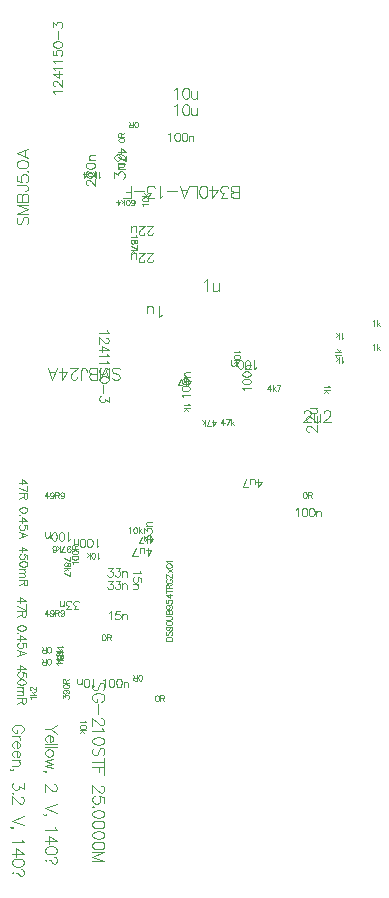
<source format=gbr>
%TF.GenerationSoftware,Altium Limited,Altium Designer,20.1.12 (249)*%
G04 Layer_Color=32896*
%FSLAX45Y45*%
%MOMM*%
%TF.SameCoordinates,4EE8302A-A9A8-49E0-93C5-14594FCB678D*%
%TF.FilePolarity,Positive*%
%TF.FileFunction,Other,M12_-_Assy_Value*%
%TF.Part,Single*%
G01*
G75*
%TA.AperFunction,NonConductor*%
%ADD134C,0.07000*%
%ADD135C,0.09000*%
%ADD136C,0.05000*%
%ADD137C,0.10000*%
D134*
X2814174Y2062515D02*
X2847500Y2109172D01*
X2797511D01*
X2814174Y2062515D02*
Y2132500D01*
X2785180Y2085844D02*
Y2119170D01*
X2781847Y2129168D01*
X2775182Y2132500D01*
X2765184D01*
X2758519Y2129168D01*
X2748521Y2119170D01*
Y2085844D02*
Y2132500D01*
X2683535Y2062515D02*
X2716861Y2132500D01*
X2730192Y2062515D02*
X2683535D01*
X862485Y2101673D02*
X815828Y2135000D01*
Y2085010D01*
X862485Y2101673D02*
X792500D01*
X862485Y2026023D02*
X792500Y2059349D01*
X862485Y2072680D02*
Y2026023D01*
Y2010359D02*
X792500D01*
X862485D02*
Y1980366D01*
X859152Y1970368D01*
X855820Y1967035D01*
X849155Y1963703D01*
X842490D01*
X835824Y1967035D01*
X832492Y1970368D01*
X829159Y1980366D01*
Y2010359D01*
Y1987031D02*
X792500Y1963703D01*
X862485Y1873055D02*
X859152Y1883053D01*
X849155Y1889718D01*
X832492Y1893051D01*
X822494D01*
X805830Y1889718D01*
X795833Y1883053D01*
X792500Y1873055D01*
Y1866390D01*
X795833Y1856392D01*
X805830Y1849727D01*
X822494Y1846394D01*
X832492D01*
X849155Y1849727D01*
X859152Y1856392D01*
X862485Y1866390D01*
Y1873055D01*
X799165Y1827398D02*
X795833Y1830731D01*
X792500Y1827398D01*
X795833Y1824066D01*
X799165Y1827398D01*
X862485Y1775409D02*
X815828Y1808736D01*
Y1758746D01*
X862485Y1775409D02*
X792500D01*
X862485Y1706424D02*
Y1739750D01*
X832492Y1743083D01*
X835824Y1739750D01*
X839157Y1729752D01*
Y1719754D01*
X835824Y1709757D01*
X829159Y1703091D01*
X819161Y1699759D01*
X812496D01*
X802498Y1703091D01*
X795833Y1709757D01*
X792500Y1719754D01*
Y1729752D01*
X795833Y1739750D01*
X799165Y1743083D01*
X805830Y1746415D01*
X792500Y1630773D02*
X862485Y1657434D01*
X792500Y1684095D01*
X815828Y1674097D02*
Y1640771D01*
X862485Y1526129D02*
X815828Y1559455D01*
Y1509466D01*
X862485Y1526129D02*
X792500D01*
X862485Y1457143D02*
Y1490470D01*
X832492Y1493802D01*
X835824Y1490470D01*
X839157Y1480472D01*
Y1470474D01*
X835824Y1460476D01*
X829159Y1453811D01*
X819161Y1450478D01*
X812496D01*
X802498Y1453811D01*
X795833Y1460476D01*
X792500Y1470474D01*
Y1480472D01*
X795833Y1490470D01*
X799165Y1493802D01*
X805830Y1497135D01*
X862485Y1414819D02*
X859152Y1424817D01*
X849155Y1431482D01*
X832492Y1434815D01*
X822494D01*
X805830Y1431482D01*
X795833Y1424817D01*
X792500Y1414819D01*
Y1408154D01*
X795833Y1398156D01*
X805830Y1391491D01*
X822494Y1388158D01*
X832492D01*
X849155Y1391491D01*
X859152Y1398156D01*
X862485Y1408154D01*
Y1414819D01*
X839157Y1372495D02*
X792500D01*
X825826D02*
X835824Y1362497D01*
X839157Y1355831D01*
Y1345833D01*
X835824Y1339168D01*
X825826Y1335836D01*
X792500D01*
X825826D02*
X835824Y1325838D01*
X839157Y1319173D01*
Y1309175D01*
X835824Y1302509D01*
X825826Y1299177D01*
X792500D01*
X862485Y1277182D02*
X792500D01*
X862485D02*
Y1247188D01*
X859152Y1237190D01*
X855820Y1233858D01*
X849155Y1230525D01*
X842490D01*
X835824Y1233858D01*
X832492Y1237190D01*
X829159Y1247188D01*
Y1277182D01*
Y1253853D02*
X792500Y1230525D01*
X1225000Y1623345D02*
X1218335Y1620013D01*
X1208337Y1610015D01*
Y1680000D01*
X1153682Y1610015D02*
X1163679Y1613348D01*
X1170345Y1623345D01*
X1173677Y1640008D01*
Y1650006D01*
X1170345Y1666670D01*
X1163679Y1676667D01*
X1153682Y1680000D01*
X1147016D01*
X1137019Y1676667D01*
X1130353Y1666670D01*
X1127021Y1650006D01*
Y1640008D01*
X1130353Y1623345D01*
X1137019Y1613348D01*
X1147016Y1610015D01*
X1153682D01*
X1091362D02*
X1101359Y1613348D01*
X1108024Y1623345D01*
X1111357Y1640008D01*
Y1650006D01*
X1108024Y1666670D01*
X1101359Y1676667D01*
X1091362Y1680000D01*
X1084696D01*
X1074698Y1676667D01*
X1068033Y1666670D01*
X1064700Y1650006D01*
Y1640008D01*
X1068033Y1623345D01*
X1074698Y1613348D01*
X1084696Y1610015D01*
X1091362D01*
X1049037Y1633343D02*
Y1680000D01*
Y1646674D02*
X1039039Y1636676D01*
X1032374Y1633343D01*
X1022376D01*
X1015711Y1636676D01*
X1012378Y1646674D01*
Y1680000D01*
X1845015Y1614165D02*
Y1650824D01*
X1871676Y1630829D01*
Y1640827D01*
X1875008Y1647492D01*
X1878341Y1650824D01*
X1888339Y1654157D01*
X1895004D01*
X1905002Y1650824D01*
X1911667Y1644159D01*
X1915000Y1634161D01*
Y1624163D01*
X1911667Y1614165D01*
X1908335Y1610833D01*
X1901670Y1607500D01*
X1845015Y1676486D02*
Y1713144D01*
X1871676Y1693149D01*
Y1703147D01*
X1875008Y1709812D01*
X1878341Y1713144D01*
X1888339Y1716477D01*
X1895004D01*
X1905002Y1713144D01*
X1911667Y1706479D01*
X1915000Y1696481D01*
Y1686484D01*
X1911667Y1676486D01*
X1908335Y1673153D01*
X1901670Y1669820D01*
X1868343Y1732141D02*
X1915000D01*
X1881674D02*
X1871676Y1742139D01*
X1868343Y1748804D01*
Y1758802D01*
X1871676Y1765467D01*
X1881674Y1768799D01*
X1915000D01*
X1546665Y1269985D02*
X1583324D01*
X1563329Y1243324D01*
X1573327D01*
X1579992Y1239992D01*
X1583324Y1236659D01*
X1586657Y1226661D01*
Y1219996D01*
X1583324Y1209998D01*
X1576659Y1203333D01*
X1566661Y1200000D01*
X1556663D01*
X1546665Y1203333D01*
X1543333Y1206665D01*
X1540000Y1213331D01*
X1608986Y1269985D02*
X1645644D01*
X1625649Y1243324D01*
X1635647D01*
X1642312Y1239992D01*
X1645644Y1236659D01*
X1648977Y1226661D01*
Y1219996D01*
X1645644Y1209998D01*
X1638979Y1203333D01*
X1628982Y1200000D01*
X1618984D01*
X1608986Y1203333D01*
X1605653Y1206665D01*
X1602320Y1213331D01*
X1664641Y1246657D02*
Y1200000D01*
Y1233326D02*
X1674639Y1243324D01*
X1681304Y1246657D01*
X1691302D01*
X1697967Y1243324D01*
X1701299Y1233326D01*
Y1200000D01*
X847485Y1101673D02*
X800828Y1135000D01*
Y1085010D01*
X847485Y1101673D02*
X777500D01*
X847485Y1026023D02*
X777500Y1059349D01*
X847485Y1072680D02*
Y1026023D01*
Y1010359D02*
X777500D01*
X847485D02*
Y980366D01*
X844152Y970368D01*
X840820Y967035D01*
X834155Y963703D01*
X827490D01*
X820824Y967035D01*
X817492Y970368D01*
X814159Y980366D01*
Y1010359D01*
Y987031D02*
X777500Y963703D01*
X847485Y873055D02*
X844152Y883053D01*
X834155Y889718D01*
X817492Y893051D01*
X807494D01*
X790831Y889718D01*
X780833Y883053D01*
X777500Y873055D01*
Y866390D01*
X780833Y856392D01*
X790831Y849727D01*
X807494Y846394D01*
X817492D01*
X834155Y849727D01*
X844152Y856392D01*
X847485Y866390D01*
Y873055D01*
X784165Y827398D02*
X780833Y830731D01*
X777500Y827398D01*
X780833Y824066D01*
X784165Y827398D01*
X847485Y775409D02*
X800828Y808735D01*
Y758746D01*
X847485Y775409D02*
X777500D01*
X847485Y706424D02*
Y739750D01*
X817492Y743083D01*
X820824Y739750D01*
X824157Y729752D01*
Y719754D01*
X820824Y709757D01*
X814159Y703091D01*
X804161Y699759D01*
X797496D01*
X787498Y703091D01*
X780833Y709757D01*
X777500Y719754D01*
Y729752D01*
X780833Y739750D01*
X784165Y743083D01*
X790831Y746415D01*
X777500Y630773D02*
X847485Y657434D01*
X777500Y684095D01*
X800828Y674097D02*
Y640771D01*
X847485Y526129D02*
X800828Y559455D01*
Y509466D01*
X847485Y526129D02*
X777500D01*
X847485Y457143D02*
Y490470D01*
X817492Y493802D01*
X820824Y490470D01*
X824157Y480472D01*
Y470474D01*
X820824Y460476D01*
X814159Y453811D01*
X804161Y450478D01*
X797496D01*
X787498Y453811D01*
X780833Y460476D01*
X777500Y470474D01*
Y480472D01*
X780833Y490470D01*
X784165Y493802D01*
X790831Y497135D01*
X847485Y414819D02*
X844152Y424817D01*
X834155Y431482D01*
X817492Y434815D01*
X807494D01*
X790831Y431482D01*
X780833Y424817D01*
X777500Y414819D01*
Y408154D01*
X780833Y398156D01*
X790831Y391491D01*
X807494Y388158D01*
X817492D01*
X834155Y391491D01*
X844152Y398156D01*
X847485Y408154D01*
Y414819D01*
X824157Y372495D02*
X777500D01*
X810826D02*
X820824Y362497D01*
X824157Y355831D01*
Y345833D01*
X820824Y339168D01*
X810826Y335836D01*
X777500D01*
X810826D02*
X820824Y325838D01*
X824157Y319173D01*
Y309175D01*
X820824Y302509D01*
X810826Y299177D01*
X777500D01*
X847485Y277182D02*
X777500D01*
X847485D02*
Y247188D01*
X844152Y237190D01*
X840820Y233858D01*
X834155Y230525D01*
X827490D01*
X820824Y233858D01*
X817492Y237190D01*
X814159Y247188D01*
Y277182D01*
Y253853D02*
X777500Y230525D01*
X1435000Y383345D02*
X1428335Y380013D01*
X1418337Y370015D01*
Y440000D01*
X1363682Y370015D02*
X1373679Y373347D01*
X1380345Y383345D01*
X1383677Y400008D01*
Y410006D01*
X1380345Y426669D01*
X1373679Y436667D01*
X1363682Y440000D01*
X1357016D01*
X1347019Y436667D01*
X1340353Y426669D01*
X1337021Y410006D01*
Y400008D01*
X1340353Y383345D01*
X1347019Y373347D01*
X1357016Y370015D01*
X1363682D01*
X1321357Y393343D02*
Y440000D01*
Y406674D02*
X1311359Y396676D01*
X1304694Y393343D01*
X1294696D01*
X1288031Y396676D01*
X1284698Y406674D01*
Y440000D01*
X2180845Y2822500D02*
X2177513Y2829166D01*
X2167515Y2839163D01*
X2237500D01*
X2167515Y2893818D02*
X2170847Y2883821D01*
X2180845Y2877156D01*
X2197508Y2873823D01*
X2207506D01*
X2224169Y2877156D01*
X2234167Y2883821D01*
X2237500Y2893818D01*
Y2900484D01*
X2234167Y2910482D01*
X2224169Y2917147D01*
X2207506Y2920480D01*
X2197508D01*
X2180845Y2917147D01*
X2170847Y2910482D01*
X2167515Y2900484D01*
Y2893818D01*
Y2956139D02*
X2170847Y2946141D01*
X2180845Y2939476D01*
X2197508Y2936143D01*
X2207506D01*
X2224169Y2939476D01*
X2234167Y2946141D01*
X2237500Y2956139D01*
Y2962804D01*
X2234167Y2972802D01*
X2224169Y2979467D01*
X2207506Y2982800D01*
X2197508D01*
X2180845Y2979467D01*
X2170847Y2972802D01*
X2167515Y2962804D01*
Y2956139D01*
X2190843Y2998463D02*
X2237500D01*
X2204173D02*
X2194176Y3008461D01*
X2190843Y3015126D01*
Y3025124D01*
X2194176Y3031789D01*
X2204173Y3035122D01*
X2237500D01*
X1699985Y4899173D02*
X1653329Y4932499D01*
Y4882510D01*
X1699985Y4899173D02*
X1630000D01*
X1699985Y4823522D02*
X1630000Y4856849D01*
X1699985Y4870179D02*
Y4823522D01*
X1676657Y4807859D02*
X1630000D01*
X1663327D02*
X1673324Y4797861D01*
X1676657Y4791196D01*
Y4781198D01*
X1673324Y4774533D01*
X1663327Y4771200D01*
X1630000D01*
X1500000Y426655D02*
X1506665Y429987D01*
X1516663Y439985D01*
Y370000D01*
X1571318Y439985D02*
X1561320Y436652D01*
X1554655Y426655D01*
X1551323Y409992D01*
Y399994D01*
X1554655Y383330D01*
X1561320Y373333D01*
X1571318Y370000D01*
X1577984D01*
X1587981Y373333D01*
X1594647Y383330D01*
X1597979Y399994D01*
Y409992D01*
X1594647Y426655D01*
X1587981Y436652D01*
X1577984Y439985D01*
X1571318D01*
X1633638D02*
X1623641Y436652D01*
X1616975Y426655D01*
X1613643Y409992D01*
Y399994D01*
X1616975Y383330D01*
X1623641Y373333D01*
X1633638Y370000D01*
X1640304D01*
X1650301Y373333D01*
X1656967Y383330D01*
X1660299Y399994D01*
Y409992D01*
X1656967Y426655D01*
X1650301Y436652D01*
X1640304Y439985D01*
X1633638D01*
X1675963Y416657D02*
Y370000D01*
Y403326D02*
X1685961Y413324D01*
X1692626Y416657D01*
X1702624D01*
X1709289Y413324D01*
X1712622Y403326D01*
Y370000D01*
X1290835Y1032515D02*
X1254176D01*
X1274171Y1059176D01*
X1264173D01*
X1257508Y1062508D01*
X1254176Y1065841D01*
X1250843Y1075839D01*
Y1082504D01*
X1254176Y1092502D01*
X1260841Y1099167D01*
X1270839Y1102500D01*
X1280837D01*
X1290835Y1099167D01*
X1294167Y1095835D01*
X1297500Y1089170D01*
X1228514Y1032515D02*
X1191856D01*
X1211851Y1059176D01*
X1201853D01*
X1195188Y1062508D01*
X1191856Y1065841D01*
X1188523Y1075839D01*
Y1082504D01*
X1191856Y1092502D01*
X1198521Y1099167D01*
X1208519Y1102500D01*
X1218516D01*
X1228514Y1099167D01*
X1231847Y1095835D01*
X1235180Y1089170D01*
X1172859Y1055843D02*
Y1102500D01*
Y1069174D02*
X1162862Y1059176D01*
X1156196Y1055843D01*
X1146198D01*
X1139533Y1059176D01*
X1136201Y1069174D01*
Y1102500D01*
X1879174Y1480015D02*
X1912500Y1526672D01*
X1862510D01*
X1879174Y1480015D02*
Y1550000D01*
X1850180Y1503343D02*
Y1536670D01*
X1846847Y1546667D01*
X1840182Y1550000D01*
X1830184D01*
X1823519Y1546667D01*
X1813521Y1536670D01*
Y1503343D02*
Y1550000D01*
X1748535Y1480015D02*
X1781861Y1550000D01*
X1795191Y1480015D02*
X1748535D01*
X2055000Y5049154D02*
X2061665Y5052487D01*
X2071663Y5062485D01*
Y4992500D01*
X2126318Y5062485D02*
X2116321Y5059152D01*
X2109655Y5049154D01*
X2106323Y5032491D01*
Y5022493D01*
X2109655Y5005830D01*
X2116321Y4995832D01*
X2126318Y4992500D01*
X2132984D01*
X2142981Y4995832D01*
X2149647Y5005830D01*
X2152979Y5022493D01*
Y5032491D01*
X2149647Y5049154D01*
X2142981Y5059152D01*
X2132984Y5062485D01*
X2126318D01*
X2188638D02*
X2178641Y5059152D01*
X2171976Y5049154D01*
X2168643Y5032491D01*
Y5022493D01*
X2171976Y5005830D01*
X2178641Y4995832D01*
X2188638Y4992500D01*
X2195304D01*
X2205302Y4995832D01*
X2211967Y5005830D01*
X2215300Y5022493D01*
Y5032491D01*
X2211967Y5049154D01*
X2205302Y5059152D01*
X2195304Y5062485D01*
X2188638D01*
X2230963Y5039156D02*
Y4992500D01*
Y5025826D02*
X2240961Y5035824D01*
X2247626Y5039156D01*
X2257624D01*
X2264289Y5035824D01*
X2267622Y5025826D01*
Y4992500D01*
X1465000Y1568345D02*
X1458335Y1565013D01*
X1448337Y1555015D01*
Y1625000D01*
X1393682Y1555015D02*
X1403679Y1558348D01*
X1410345Y1568345D01*
X1413677Y1585009D01*
Y1595006D01*
X1410345Y1611670D01*
X1403679Y1621667D01*
X1393682Y1625000D01*
X1387016D01*
X1377019Y1621667D01*
X1370353Y1611670D01*
X1367021Y1595006D01*
Y1585009D01*
X1370353Y1568345D01*
X1377019Y1558348D01*
X1387016Y1555015D01*
X1393682D01*
X1331362D02*
X1341359Y1558348D01*
X1348024Y1568345D01*
X1351357Y1585009D01*
Y1595006D01*
X1348024Y1611670D01*
X1341359Y1621667D01*
X1331362Y1625000D01*
X1324696D01*
X1314698Y1621667D01*
X1308033Y1611670D01*
X1304700Y1595006D01*
Y1585009D01*
X1308033Y1568345D01*
X1314698Y1558348D01*
X1324696Y1555015D01*
X1331362D01*
X1289037Y1578343D02*
Y1625000D01*
Y1591674D02*
X1279039Y1581676D01*
X1272374Y1578343D01*
X1262376D01*
X1255711Y1581676D01*
X1252378Y1591674D01*
Y1625000D01*
X1811655Y1352500D02*
X1814987Y1345835D01*
X1824985Y1335837D01*
X1755000D01*
X1824985Y1261186D02*
Y1294512D01*
X1794992Y1297845D01*
X1798324Y1294512D01*
X1801657Y1284514D01*
Y1274516D01*
X1798324Y1264519D01*
X1791659Y1257853D01*
X1781661Y1254521D01*
X1774996D01*
X1764998Y1257853D01*
X1758333Y1264519D01*
X1755000Y1274516D01*
Y1284514D01*
X1758333Y1294512D01*
X1761665Y1297845D01*
X1768330Y1301177D01*
X1801657Y1238857D02*
X1755000D01*
X1788326D02*
X1798324Y1228859D01*
X1801657Y1222194D01*
Y1212196D01*
X1798324Y1205531D01*
X1788326Y1202199D01*
X1755000D01*
X2695845Y2882500D02*
X2692513Y2889165D01*
X2682515Y2899163D01*
X2752500D01*
X2682515Y2953818D02*
X2685847Y2943821D01*
X2695845Y2937155D01*
X2712508Y2933823D01*
X2722506D01*
X2739169Y2937155D01*
X2749167Y2943821D01*
X2752500Y2953818D01*
Y2960484D01*
X2749167Y2970481D01*
X2739169Y2977147D01*
X2722506Y2980479D01*
X2712508D01*
X2695845Y2977147D01*
X2685847Y2970481D01*
X2682515Y2960484D01*
Y2953818D01*
Y3016138D02*
X2685847Y3006141D01*
X2695845Y2999476D01*
X2712508Y2996143D01*
X2722506D01*
X2739169Y2999476D01*
X2749167Y3006141D01*
X2752500Y3016138D01*
Y3022804D01*
X2749167Y3032802D01*
X2739169Y3039467D01*
X2722506Y3042800D01*
X2712508D01*
X2695845Y3039467D01*
X2685847Y3032802D01*
X2682515Y3022804D01*
Y3016138D01*
X2705843Y3058463D02*
X2752500D01*
X2719173D02*
X2709176Y3068461D01*
X2705843Y3075126D01*
Y3085124D01*
X2709176Y3091789D01*
X2719173Y3095122D01*
X2752500D01*
X2800000Y3078345D02*
X2793335Y3075013D01*
X2783337Y3065015D01*
Y3135000D01*
X2728682Y3065015D02*
X2738680Y3068347D01*
X2745345Y3078345D01*
X2748678Y3095008D01*
Y3105006D01*
X2745345Y3121669D01*
X2738680Y3131667D01*
X2728682Y3135000D01*
X2722017D01*
X2712019Y3131667D01*
X2705354Y3121669D01*
X2702021Y3105006D01*
Y3095008D01*
X2705354Y3078345D01*
X2712019Y3068347D01*
X2722017Y3065015D01*
X2728682D01*
X2666362D02*
X2676360Y3068347D01*
X2683025Y3078345D01*
X2686358Y3095008D01*
Y3105006D01*
X2683025Y3121669D01*
X2676360Y3131667D01*
X2666362Y3135000D01*
X2659696D01*
X2649699Y3131667D01*
X2643034Y3121669D01*
X2639701Y3105006D01*
Y3095008D01*
X2643034Y3078345D01*
X2649699Y3068347D01*
X2659696Y3065015D01*
X2666362D01*
X2624037Y3088343D02*
Y3135000D01*
Y3101674D02*
X2614039Y3091676D01*
X2607374Y3088343D01*
X2597376D01*
X2590711Y3091676D01*
X2587379Y3101674D01*
Y3135000D01*
X1552500Y999155D02*
X1559165Y1002487D01*
X1569163Y1012485D01*
Y942500D01*
X1643814Y1012485D02*
X1610488D01*
X1607155Y982492D01*
X1610488Y985824D01*
X1620486Y989157D01*
X1630484D01*
X1640481Y985824D01*
X1647147Y979159D01*
X1650479Y969161D01*
Y962496D01*
X1647147Y952498D01*
X1640481Y945833D01*
X1630484Y942500D01*
X1620486D01*
X1610488Y945833D01*
X1607155Y949165D01*
X1603823Y955830D01*
X1666143Y989157D02*
Y942500D01*
Y975826D02*
X1676141Y985824D01*
X1682806Y989157D01*
X1692804D01*
X1699469Y985824D01*
X1702802Y975826D01*
Y942500D01*
X1546666Y1374985D02*
X1583324D01*
X1563329Y1348324D01*
X1573327D01*
X1579992Y1344992D01*
X1583324Y1341659D01*
X1586657Y1331661D01*
Y1324996D01*
X1583324Y1314998D01*
X1576659Y1308333D01*
X1566662Y1305000D01*
X1556664D01*
X1546666Y1308333D01*
X1543333Y1311665D01*
X1540000Y1318331D01*
X1608986Y1374985D02*
X1645645D01*
X1625649Y1348324D01*
X1635647D01*
X1642312Y1344992D01*
X1645645Y1341659D01*
X1648977Y1331661D01*
Y1324996D01*
X1645645Y1314998D01*
X1638979Y1308333D01*
X1628982Y1305000D01*
X1618984D01*
X1608986Y1308333D01*
X1605653Y1311665D01*
X1602321Y1318331D01*
X1664641Y1351657D02*
Y1305000D01*
Y1338327D02*
X1674639Y1348324D01*
X1681304Y1351657D01*
X1691302D01*
X1697967Y1348324D01*
X1701300Y1338327D01*
Y1305000D01*
X3132500Y1871655D02*
X3139165Y1874987D01*
X3149163Y1884985D01*
Y1815000D01*
X3203818Y1884985D02*
X3193821Y1881653D01*
X3187155Y1871655D01*
X3183823Y1854992D01*
Y1844994D01*
X3187155Y1828331D01*
X3193821Y1818333D01*
X3203818Y1815000D01*
X3210484D01*
X3220481Y1818333D01*
X3227147Y1828331D01*
X3230479Y1844994D01*
Y1854992D01*
X3227147Y1871655D01*
X3220481Y1881653D01*
X3210484Y1884985D01*
X3203818D01*
X3266139D02*
X3256141Y1881653D01*
X3249476Y1871655D01*
X3246143Y1854992D01*
Y1844994D01*
X3249476Y1828331D01*
X3256141Y1818333D01*
X3266139Y1815000D01*
X3272804D01*
X3282802Y1818333D01*
X3289467Y1828331D01*
X3292800Y1844994D01*
Y1854992D01*
X3289467Y1871655D01*
X3282802Y1881653D01*
X3272804Y1884985D01*
X3266139D01*
X3308463Y1861657D02*
Y1815000D01*
Y1848327D02*
X3318461Y1858324D01*
X3325126Y1861657D01*
X3335124D01*
X3341789Y1858324D01*
X3345122Y1848327D01*
Y1815000D01*
D135*
X1595019Y4683569D02*
Y4730702D01*
X1629297Y4704993D01*
Y4717848D01*
X1633582Y4726417D01*
X1637867Y4730702D01*
X1650722Y4734987D01*
X1659291D01*
X1672145Y4730702D01*
X1680715Y4722132D01*
X1685000Y4709278D01*
Y4696423D01*
X1680715Y4683569D01*
X1676430Y4679284D01*
X1667861Y4675000D01*
X1625013Y4755125D02*
X1685000D01*
X1642152D02*
X1629297Y4767980D01*
X1625013Y4776549D01*
Y4789404D01*
X1629297Y4797973D01*
X1642152Y4802258D01*
X1685000D01*
X1625013Y4881527D02*
X1637867Y4877242D01*
X1646437Y4868673D01*
X1650722Y4855818D01*
Y4851533D01*
X1646437Y4838679D01*
X1637867Y4830109D01*
X1625013Y4825824D01*
X1620728D01*
X1607874Y4830109D01*
X1599304Y4838679D01*
X1595019Y4851533D01*
Y4855818D01*
X1599304Y4868673D01*
X1607874Y4877242D01*
X1625013Y4881527D01*
X1646437D01*
X1667861Y4877242D01*
X1680715Y4868673D01*
X1685000Y4855818D01*
Y4847248D01*
X1680715Y4834394D01*
X1672145Y4830109D01*
X3243943Y2531785D02*
X3239658D01*
X3231089Y2536070D01*
X3226804Y2540355D01*
X3222519Y2548924D01*
Y2566064D01*
X3226804Y2574633D01*
X3231089Y2578918D01*
X3239658Y2583203D01*
X3248228D01*
X3256798Y2578918D01*
X3269652Y2570348D01*
X3312500Y2527500D01*
Y2587488D01*
X3243943Y2611911D02*
X3239658D01*
X3231089Y2616196D01*
X3226804Y2620481D01*
X3222519Y2629050D01*
Y2646190D01*
X3226804Y2654759D01*
X3231089Y2659044D01*
X3239658Y2663329D01*
X3248228D01*
X3256798Y2659044D01*
X3269652Y2650474D01*
X3312500Y2607626D01*
Y2667613D01*
X3252513Y2687752D02*
X3295361D01*
X3308215Y2692037D01*
X3312500Y2700606D01*
Y2713461D01*
X3308215Y2722030D01*
X3295361Y2734885D01*
X3252513D02*
X3312500D01*
X2105000Y5285341D02*
X2113570Y5289626D01*
X2126424Y5302480D01*
Y5212500D01*
X2196695Y5302480D02*
X2183840Y5298196D01*
X2175271Y5285341D01*
X2170986Y5263917D01*
Y5251063D01*
X2175271Y5229639D01*
X2183840Y5216784D01*
X2196695Y5212500D01*
X2205264D01*
X2218119Y5216784D01*
X2226688Y5229639D01*
X2230973Y5251063D01*
Y5263917D01*
X2226688Y5285341D01*
X2218119Y5298196D01*
X2205264Y5302480D01*
X2196695D01*
X2251112Y5272487D02*
Y5229639D01*
X2255397Y5216784D01*
X2263966Y5212500D01*
X2276821D01*
X2285390Y5216784D01*
X2298245Y5229639D01*
Y5272487D02*
Y5212500D01*
X2105000Y5425341D02*
X2113570Y5429626D01*
X2126424Y5442480D01*
Y5352500D01*
X2196695Y5442480D02*
X2183840Y5438196D01*
X2175271Y5425341D01*
X2170986Y5403917D01*
Y5391063D01*
X2175271Y5369639D01*
X2183840Y5356784D01*
X2196695Y5352500D01*
X2205264D01*
X2218119Y5356784D01*
X2226688Y5369639D01*
X2230973Y5391063D01*
Y5403917D01*
X2226688Y5425341D01*
X2218119Y5438196D01*
X2205264Y5442480D01*
X2196695D01*
X2251112Y5412487D02*
Y5369639D01*
X2255397Y5356784D01*
X2263966Y5352500D01*
X2276821D01*
X2285390Y5356784D01*
X2298245Y5369639D01*
Y5412487D02*
Y5352500D01*
D136*
X1844533Y4444999D02*
X1842153Y4449760D01*
X1835011Y4456902D01*
X1885000D01*
X1835011Y4495941D02*
X1837392Y4488800D01*
X1844533Y4484039D01*
X1856435Y4481658D01*
X1863576D01*
X1875479Y4484039D01*
X1882620Y4488800D01*
X1885000Y4495941D01*
Y4500702D01*
X1882620Y4507843D01*
X1875479Y4512604D01*
X1863576Y4514984D01*
X1856435D01*
X1844533Y4512604D01*
X1837392Y4507843D01*
X1835011Y4500702D01*
Y4495941D01*
Y4526173D02*
X1885000D01*
X1851674Y4549977D02*
X1875479Y4526173D01*
X1865957Y4535694D02*
X1885000Y4552357D01*
X3206783Y2019990D02*
X3199642Y2017609D01*
X3194881Y2010468D01*
X3192500Y1998566D01*
Y1991424D01*
X3194881Y1979522D01*
X3199642Y1972381D01*
X3206783Y1970000D01*
X3211544D01*
X3218685Y1972381D01*
X3223446Y1979522D01*
X3225826Y1991424D01*
Y1998566D01*
X3223446Y2010468D01*
X3218685Y2017609D01*
X3211544Y2019990D01*
X3206783D01*
X3237015D02*
Y1970000D01*
Y2019990D02*
X3258438D01*
X3265580Y2017609D01*
X3267960Y2015229D01*
X3270341Y2010468D01*
Y2005707D01*
X3267960Y2000946D01*
X3265580Y1998566D01*
X3258438Y1996185D01*
X3237015D01*
X3253678D02*
X3270341Y1970000D01*
X2035011Y762500D02*
X2085000D01*
X2035011D02*
Y779163D01*
X2037391Y786304D01*
X2042152Y791065D01*
X2046913Y793445D01*
X2054055Y795826D01*
X2065957D01*
X2073098Y793445D01*
X2077859Y791065D01*
X2082620Y786304D01*
X2085000Y779163D01*
Y762500D01*
X2042152Y840340D02*
X2037391Y835579D01*
X2035011Y828438D01*
Y818916D01*
X2037391Y811775D01*
X2042152Y807014D01*
X2046913D01*
X2051674Y809395D01*
X2054055Y811775D01*
X2056435Y816536D01*
X2061196Y830819D01*
X2063576Y835579D01*
X2065957Y837960D01*
X2070717Y840340D01*
X2077859D01*
X2082620Y835579D01*
X2085000Y828438D01*
Y818916D01*
X2082620Y811775D01*
X2077859Y807014D01*
X2051674Y882474D02*
X2058815Y880094D01*
X2063576Y875333D01*
X2065957Y868192D01*
Y865811D01*
X2063576Y858670D01*
X2058815Y853909D01*
X2051674Y851528D01*
X2049294D01*
X2042152Y853909D01*
X2037391Y858670D01*
X2035011Y865811D01*
Y868192D01*
X2037391Y875333D01*
X2042152Y880094D01*
X2051674Y882474D01*
X2063576D01*
X2075478Y880094D01*
X2082620Y875333D01*
X2085000Y868192D01*
Y863431D01*
X2082620Y856289D01*
X2077859Y853909D01*
X2035011Y910325D02*
X2037391Y903184D01*
X2044533Y898423D01*
X2056435Y896043D01*
X2063576D01*
X2075478Y898423D01*
X2082620Y903184D01*
X2085000Y910325D01*
Y915086D01*
X2082620Y922228D01*
X2075478Y926988D01*
X2063576Y929369D01*
X2056435D01*
X2044533Y926988D01*
X2037391Y922228D01*
X2035011Y915086D01*
Y910325D01*
Y940557D02*
X2070717D01*
X2077859Y942937D01*
X2082620Y947698D01*
X2085000Y954840D01*
Y959600D01*
X2082620Y966742D01*
X2077859Y971503D01*
X2070717Y973883D01*
X2035011D01*
Y987690D02*
X2085000D01*
X2035011D02*
Y1009114D01*
X2037391Y1016255D01*
X2039772Y1018635D01*
X2044533Y1021016D01*
X2049294D01*
X2054055Y1018635D01*
X2056435Y1016255D01*
X2058815Y1009114D01*
Y987690D02*
Y1009114D01*
X2061196Y1016255D01*
X2063576Y1018635D01*
X2068337Y1021016D01*
X2075478D01*
X2080239Y1018635D01*
X2082620Y1016255D01*
X2085000Y1009114D01*
Y987690D01*
X2051674Y1063150D02*
X2058815Y1060769D01*
X2063576Y1056008D01*
X2065957Y1048867D01*
Y1046487D01*
X2063576Y1039345D01*
X2058815Y1034584D01*
X2051674Y1032204D01*
X2049294D01*
X2042152Y1034584D01*
X2037391Y1039345D01*
X2035011Y1046487D01*
Y1048867D01*
X2037391Y1056008D01*
X2042152Y1060769D01*
X2051674Y1063150D01*
X2063576D01*
X2075478Y1060769D01*
X2082620Y1056008D01*
X2085000Y1048867D01*
Y1044106D01*
X2082620Y1036965D01*
X2077859Y1034584D01*
X2035011Y1105284D02*
Y1081479D01*
X2056435Y1079099D01*
X2054055Y1081479D01*
X2051674Y1088620D01*
Y1095762D01*
X2054055Y1102903D01*
X2058815Y1107664D01*
X2065957Y1110044D01*
X2070717D01*
X2077859Y1107664D01*
X2082620Y1102903D01*
X2085000Y1095762D01*
Y1088620D01*
X2082620Y1081479D01*
X2080239Y1079099D01*
X2075478Y1076718D01*
X2035011Y1145037D02*
X2068337Y1121232D01*
Y1156939D01*
X2035011Y1145037D02*
X2085000D01*
X2035011Y1182410D02*
X2085000D01*
X2035011Y1165747D02*
Y1199073D01*
Y1205024D02*
X2085000D01*
X2035011D02*
Y1226448D01*
X2037391Y1233589D01*
X2039772Y1235970D01*
X2044533Y1238350D01*
X2049294D01*
X2054055Y1235970D01*
X2056435Y1233589D01*
X2058815Y1226448D01*
Y1205024D01*
Y1221687D02*
X2085000Y1238350D01*
X2046913Y1285245D02*
X2042152Y1282864D01*
X2037391Y1278104D01*
X2035011Y1273343D01*
Y1263821D01*
X2037391Y1259060D01*
X2042152Y1254299D01*
X2046913Y1251919D01*
X2054055Y1249538D01*
X2065957D01*
X2073098Y1251919D01*
X2077859Y1254299D01*
X2082620Y1259060D01*
X2085000Y1263821D01*
Y1273343D01*
X2082620Y1278104D01*
X2077859Y1282864D01*
X2073098Y1285245D01*
X2065957D01*
Y1273343D02*
Y1285245D01*
X2035011Y1329997D02*
X2085000Y1296671D01*
X2035011D02*
Y1329997D01*
X2085000Y1296671D02*
Y1329997D01*
X2051674Y1341185D02*
X2085000Y1367370D01*
X2051674D02*
X2085000Y1341185D01*
X2035011Y1392127D02*
X2037391Y1387366D01*
X2042152Y1382605D01*
X2046913Y1380225D01*
X2054055Y1377844D01*
X2065957D01*
X2073098Y1380225D01*
X2077859Y1382605D01*
X2082620Y1387366D01*
X2085000Y1392127D01*
Y1401648D01*
X2082620Y1406409D01*
X2077859Y1411170D01*
X2073098Y1413551D01*
X2065957Y1415931D01*
X2054055D01*
X2046913Y1413551D01*
X2042152Y1411170D01*
X2037391Y1406409D01*
X2035011Y1401648D01*
Y1392127D01*
X2075478Y1399268D02*
X2089761Y1413551D01*
X2044533Y1427595D02*
X2042152Y1432356D01*
X2035011Y1439498D01*
X2085000D01*
X1196554Y1529174D02*
X1198935Y1536315D01*
X1203696Y1541076D01*
X1210837Y1543457D01*
X1213217D01*
X1220359Y1541076D01*
X1225119Y1536315D01*
X1227500Y1529174D01*
Y1526793D01*
X1225119Y1519652D01*
X1220359Y1514891D01*
X1213217Y1512511D01*
X1210837D01*
X1203696Y1514891D01*
X1198935Y1519652D01*
X1196554Y1529174D01*
Y1541076D01*
X1198935Y1552978D01*
X1203696Y1560120D01*
X1210837Y1562500D01*
X1215598D01*
X1222739Y1560120D01*
X1225119Y1555359D01*
X1149660Y1512511D02*
X1173464Y1562500D01*
X1182986Y1512511D02*
X1149660D01*
X1138471D02*
Y1562500D01*
X1114667Y1529174D02*
X1138471Y1552978D01*
X1128950Y1543457D02*
X1112287Y1562500D01*
X1075866Y1519652D02*
X1078246Y1514891D01*
X1085388Y1512511D01*
X1090148D01*
X1097290Y1514891D01*
X1102051Y1522033D01*
X1104431Y1533935D01*
Y1545837D01*
X1102051Y1555359D01*
X1097290Y1560120D01*
X1090148Y1562500D01*
X1087768D01*
X1080627Y1560120D01*
X1075866Y1555359D01*
X1073486Y1548217D01*
Y1545837D01*
X1075866Y1538696D01*
X1080627Y1533935D01*
X1087768Y1531554D01*
X1090148D01*
X1097290Y1533935D01*
X1102051Y1538696D01*
X1104431Y1545837D01*
X1162511Y274761D02*
Y300946D01*
X1181554Y286663D01*
Y293804D01*
X1183935Y298565D01*
X1186315Y300946D01*
X1193457Y303326D01*
X1198217D01*
X1205359Y300946D01*
X1210120Y296185D01*
X1212500Y289043D01*
Y281902D01*
X1210120Y274761D01*
X1207739Y272380D01*
X1202978Y270000D01*
X1179174Y345460D02*
X1186315Y343080D01*
X1191076Y338319D01*
X1193457Y331177D01*
Y328797D01*
X1191076Y321655D01*
X1186315Y316895D01*
X1179174Y314514D01*
X1176793D01*
X1169652Y316895D01*
X1164891Y321655D01*
X1162511Y328797D01*
Y331177D01*
X1164891Y338319D01*
X1169652Y343080D01*
X1179174Y345460D01*
X1191076D01*
X1202978Y343080D01*
X1210120Y338319D01*
X1212500Y331177D01*
Y326416D01*
X1210120Y319275D01*
X1205359Y316895D01*
X1162511Y373311D02*
X1164891Y366170D01*
X1172032Y361409D01*
X1183935Y359028D01*
X1191076D01*
X1202978Y361409D01*
X1210120Y366170D01*
X1212500Y373311D01*
Y378072D01*
X1210120Y385213D01*
X1202978Y389974D01*
X1191076Y392355D01*
X1183935D01*
X1172032Y389974D01*
X1164891Y385213D01*
X1162511Y378072D01*
Y373311D01*
Y403543D02*
X1212500D01*
X1162511D02*
Y424967D01*
X1164891Y432108D01*
X1167272Y434488D01*
X1172032Y436869D01*
X1176793D01*
X1181554Y434488D01*
X1183935Y432108D01*
X1186315Y424967D01*
Y403543D01*
Y420206D02*
X1212500Y436869D01*
X1117033Y557500D02*
X1114652Y562261D01*
X1107511Y569402D01*
X1157500D01*
X1117033Y594159D02*
X1114652Y598920D01*
X1107511Y606061D01*
X1157500D01*
X1107511Y642720D02*
X1109891Y635579D01*
X1114652Y633198D01*
X1119413D01*
X1124174Y635579D01*
X1126555Y640339D01*
X1128935Y649861D01*
X1131315Y657002D01*
X1136076Y661763D01*
X1140837Y664144D01*
X1147978D01*
X1152739Y661763D01*
X1155120Y659383D01*
X1157500Y652242D01*
Y642720D01*
X1155120Y635579D01*
X1152739Y633198D01*
X1147978Y630818D01*
X1140837D01*
X1136076Y633198D01*
X1131315Y637959D01*
X1128935Y645100D01*
X1126555Y654622D01*
X1124174Y659383D01*
X1119413Y661763D01*
X1114652D01*
X1109891Y659383D01*
X1107511Y652242D01*
Y642720D01*
Y675332D02*
X1157500D01*
X1124174Y699136D02*
X1147978Y675332D01*
X1138457Y684854D02*
X1157500Y701517D01*
X1224989Y1436674D02*
X1175000Y1460478D01*
X1224989Y1470000D02*
Y1436674D01*
Y1413584D02*
X1222609Y1420725D01*
X1217848Y1423105D01*
X1213087D01*
X1208326Y1420725D01*
X1205946Y1415964D01*
X1203565Y1406442D01*
X1201185Y1399301D01*
X1196424Y1394540D01*
X1191663Y1392160D01*
X1184522D01*
X1179761Y1394540D01*
X1177380Y1396920D01*
X1175000Y1404062D01*
Y1413584D01*
X1177380Y1420725D01*
X1179761Y1423105D01*
X1184522Y1425486D01*
X1191663D01*
X1196424Y1423105D01*
X1201185Y1418345D01*
X1203565Y1411203D01*
X1205946Y1401681D01*
X1208326Y1396920D01*
X1213087Y1394540D01*
X1217848D01*
X1222609Y1396920D01*
X1224989Y1404062D01*
Y1413584D01*
Y1380972D02*
X1175000D01*
X1208326Y1357167D02*
X1184522Y1380972D01*
X1194043Y1371450D02*
X1175000Y1354787D01*
X1224989Y1313605D02*
X1175000Y1337410D01*
X1224989Y1346931D02*
Y1313605D01*
X2225467Y2770000D02*
X2227847Y2765239D01*
X2234989Y2758098D01*
X2185000D01*
X2234989Y2733341D02*
X2185000D01*
X2218326Y2709537D02*
X2194521Y2733341D01*
X2204043Y2723820D02*
X2185000Y2707156D01*
X2916304Y2927489D02*
X2892500Y2894163D01*
X2928206D01*
X2916304Y2927489D02*
Y2877500D01*
X2937014Y2927489D02*
Y2877500D01*
X2960818Y2910826D02*
X2937014Y2887021D01*
X2946536Y2896543D02*
X2963199Y2877500D01*
X3004380Y2927489D02*
X2980576Y2877500D01*
X2971054Y2927489D02*
X3004380D01*
X3785000Y3262967D02*
X3789761Y3265347D01*
X3796902Y3272489D01*
Y3222500D01*
X3821659Y3272489D02*
Y3222500D01*
X3845463Y3255826D02*
X3821659Y3232021D01*
X3831181Y3241543D02*
X3847844Y3222500D01*
X2652968Y3217500D02*
X2655348Y3212739D01*
X2662489Y3205598D01*
X2612500D01*
X2662489Y3166559D02*
X2660109Y3173700D01*
X2652968Y3178461D01*
X2641065Y3180841D01*
X2633924D01*
X2622022Y3178461D01*
X2614880Y3173700D01*
X2612500Y3166559D01*
Y3161798D01*
X2614880Y3154656D01*
X2622022Y3149896D01*
X2633924Y3147515D01*
X2641065D01*
X2652968Y3149896D01*
X2660109Y3154656D01*
X2662489Y3161798D01*
Y3166559D01*
Y3136327D02*
X2612500D01*
X2645826Y3112523D02*
X2622022Y3136327D01*
X2631543Y3126805D02*
X2612500Y3110142D01*
X1632511Y4999282D02*
X1634892Y4992141D01*
X1642033Y4987380D01*
X1653935Y4985000D01*
X1661076D01*
X1672979Y4987380D01*
X1680120Y4992141D01*
X1682500Y4999282D01*
Y5004043D01*
X1680120Y5011185D01*
X1672979Y5015945D01*
X1661076Y5018326D01*
X1653935D01*
X1642033Y5015945D01*
X1634892Y5011185D01*
X1632511Y5004043D01*
Y4999282D01*
Y5029514D02*
X1682500D01*
X1632511D02*
Y5050938D01*
X1634892Y5058079D01*
X1637272Y5060460D01*
X1642033Y5062840D01*
X1646794D01*
X1651555Y5060460D01*
X1653935Y5058079D01*
X1656315Y5050938D01*
Y5029514D01*
Y5046177D02*
X1682500Y5062840D01*
X1785718Y5107510D02*
X1792859Y5109891D01*
X1797620Y5117032D01*
X1800000Y5128934D01*
Y5136076D01*
X1797620Y5147978D01*
X1792859Y5155119D01*
X1785718Y5157500D01*
X1780957D01*
X1773815Y5155119D01*
X1769055Y5147978D01*
X1766674Y5136076D01*
Y5128934D01*
X1769055Y5117032D01*
X1773815Y5109891D01*
X1780957Y5107510D01*
X1785718D01*
X1755486D02*
Y5157500D01*
Y5107510D02*
X1734062D01*
X1726921Y5109891D01*
X1724540Y5112271D01*
X1722160Y5117032D01*
Y5121793D01*
X1724540Y5126554D01*
X1726921Y5128934D01*
X1734062Y5131315D01*
X1755486D01*
X1738823D02*
X1722160Y5157500D01*
X1347968Y85000D02*
X1350348Y80239D01*
X1357490Y73098D01*
X1307500D01*
X1357490Y34058D02*
X1355109Y41200D01*
X1347968Y45961D01*
X1336066Y48341D01*
X1328924D01*
X1317022Y45961D01*
X1309881Y41200D01*
X1307500Y34058D01*
Y29298D01*
X1309881Y22156D01*
X1317022Y17395D01*
X1328924Y15015D01*
X1336066D01*
X1347968Y17395D01*
X1355109Y22156D01*
X1357490Y29298D01*
Y34058D01*
Y3827D02*
X1307500D01*
X1340826Y-19978D02*
X1317022Y3827D01*
X1326544Y-5695D02*
X1307500Y-22358D01*
X1898696Y1592511D02*
X1922500Y1625837D01*
X1886794D01*
X1898696Y1592511D02*
Y1642500D01*
X1877986Y1592511D02*
Y1642500D01*
X1854181Y1609174D02*
X1877986Y1632978D01*
X1868464Y1623457D02*
X1851801Y1642500D01*
X1810619Y1592511D02*
X1834424Y1642500D01*
X1843946Y1592511D02*
X1810619D01*
X1152967Y717500D02*
X1155348Y712739D01*
X1162489Y705598D01*
X1112500D01*
X1152967Y680841D02*
X1155348Y676080D01*
X1162489Y668939D01*
X1112500D01*
X1162489Y632280D02*
X1160109Y639421D01*
X1155348Y641802D01*
X1150587D01*
X1145826Y639421D01*
X1143446Y634661D01*
X1141065Y625139D01*
X1138685Y617997D01*
X1133924Y613237D01*
X1129163Y610856D01*
X1122022D01*
X1117261Y613237D01*
X1114880Y615617D01*
X1112500Y622758D01*
Y632280D01*
X1114880Y639421D01*
X1117261Y641802D01*
X1122022Y644182D01*
X1129163D01*
X1133924Y641802D01*
X1138685Y637041D01*
X1141065Y629900D01*
X1143446Y620378D01*
X1145826Y615617D01*
X1150587Y613237D01*
X1155348D01*
X1160109Y615617D01*
X1162489Y622758D01*
Y632280D01*
Y599668D02*
X1112500D01*
X1145826Y575864D02*
X1122022Y599668D01*
X1131543Y590146D02*
X1112500Y573483D01*
X1820717Y425011D02*
X1827859Y427391D01*
X1832620Y434533D01*
X1835000Y446435D01*
Y453576D01*
X1832620Y465478D01*
X1827859Y472620D01*
X1820717Y475000D01*
X1815957D01*
X1808815Y472620D01*
X1804055Y465478D01*
X1801674Y453576D01*
Y446435D01*
X1804055Y434533D01*
X1808815Y427391D01*
X1815957Y425011D01*
X1820717D01*
X1790486D02*
Y475000D01*
Y425011D02*
X1769062D01*
X1761921Y427391D01*
X1759540Y429772D01*
X1757160Y434533D01*
Y439294D01*
X1759540Y444054D01*
X1761921Y446435D01*
X1769062Y448815D01*
X1790486D01*
X1773823D02*
X1757160Y475000D01*
X1480000Y4687032D02*
X1475239Y4684652D01*
X1468098Y4677511D01*
Y4727500D01*
X1443341Y4677511D02*
Y4727500D01*
X1419537Y4694174D02*
X1443341Y4717978D01*
X1433820Y4708456D02*
X1417156Y4727500D01*
X1380736Y4677511D02*
X1404540D01*
X1406920Y4698934D01*
X1404540Y4696554D01*
X1397399Y4694174D01*
X1390258D01*
X1383116Y4696554D01*
X1378355Y4701315D01*
X1375975Y4708456D01*
Y4713217D01*
X1378355Y4720359D01*
X1383116Y4725119D01*
X1390258Y4727500D01*
X1397399D01*
X1404540Y4725119D01*
X1406920Y4722739D01*
X1409301Y4717978D01*
X1340982Y4677511D02*
X1364787Y4710837D01*
X1329080D01*
X1340982Y4677511D02*
Y4727500D01*
X2521304Y2637489D02*
X2497500Y2604163D01*
X2533206D01*
X2521304Y2637489D02*
Y2587500D01*
X2575340Y2637489D02*
X2551536Y2587500D01*
X2542014Y2637489D02*
X2575340D01*
X2586528D02*
Y2587500D01*
X2610333Y2620826D02*
X2586528Y2597021D01*
X2596050Y2606543D02*
X2612713Y2587500D01*
X3535000Y3327032D02*
X3530239Y3324652D01*
X3523098Y3317511D01*
Y3367500D01*
X3498341Y3317511D02*
Y3367500D01*
X3474537Y3334174D02*
X3498341Y3357978D01*
X3488820Y3348457D02*
X3472157Y3367500D01*
X892033Y270000D02*
X889652Y274761D01*
X882511Y281902D01*
X932500D01*
X882511Y306659D02*
X932500D01*
X899174Y330463D02*
X922978Y306659D01*
X913457Y316180D02*
X932500Y332844D01*
X894413Y343080D02*
X892033D01*
X887272Y345460D01*
X884891Y347840D01*
X882511Y352601D01*
Y362123D01*
X884891Y366884D01*
X887272Y369264D01*
X892033Y371645D01*
X896793D01*
X901554Y369264D01*
X908696Y364503D01*
X932500Y340699D01*
Y374025D01*
X1472500Y1467033D02*
X1467739Y1464652D01*
X1460598Y1457511D01*
Y1507500D01*
X1421558Y1457511D02*
X1428700Y1459891D01*
X1433461Y1467033D01*
X1435841Y1478935D01*
Y1486076D01*
X1433461Y1497978D01*
X1428700Y1505120D01*
X1421558Y1507500D01*
X1416798D01*
X1409656Y1505120D01*
X1404896Y1497978D01*
X1402515Y1486076D01*
Y1478935D01*
X1404896Y1467033D01*
X1409656Y1459891D01*
X1416798Y1457511D01*
X1421558D01*
X1391327D02*
Y1507500D01*
X1367523Y1474174D02*
X1391327Y1497978D01*
X1381805Y1488457D02*
X1365142Y1507500D01*
X1031304Y1022489D02*
X1007500Y989163D01*
X1043206D01*
X1031304Y1022489D02*
Y972500D01*
X1082960Y1005826D02*
X1080579Y998685D01*
X1075819Y993924D01*
X1068677Y991543D01*
X1066297D01*
X1059155Y993924D01*
X1054395Y998685D01*
X1052014Y1005826D01*
Y1008207D01*
X1054395Y1015348D01*
X1059155Y1020109D01*
X1066297Y1022489D01*
X1068677D01*
X1075819Y1020109D01*
X1080579Y1015348D01*
X1082960Y1005826D01*
Y993924D01*
X1080579Y982022D01*
X1075819Y974880D01*
X1068677Y972500D01*
X1063916D01*
X1056775Y974880D01*
X1054395Y979641D01*
X1096528Y1022489D02*
Y972500D01*
Y1022489D02*
X1117952D01*
X1125094Y1020109D01*
X1127474Y1017728D01*
X1129854Y1012967D01*
Y1008207D01*
X1127474Y1003446D01*
X1125094Y1001065D01*
X1117952Y998685D01*
X1096528D01*
X1113192D02*
X1129854Y972500D01*
X1171988Y1005826D02*
X1169608Y998685D01*
X1164847Y993924D01*
X1157706Y991543D01*
X1155325D01*
X1148184Y993924D01*
X1143423Y998685D01*
X1141043Y1005826D01*
Y1008207D01*
X1143423Y1015348D01*
X1148184Y1020109D01*
X1155325Y1022489D01*
X1157706D01*
X1164847Y1020109D01*
X1169608Y1015348D01*
X1171988Y1005826D01*
Y993924D01*
X1169608Y982022D01*
X1164847Y974880D01*
X1157706Y972500D01*
X1152945D01*
X1145804Y974880D01*
X1143423Y979641D01*
X1045717Y660011D02*
X1052859Y662392D01*
X1057620Y669533D01*
X1060000Y681435D01*
Y688576D01*
X1057620Y700479D01*
X1052859Y707620D01*
X1045717Y710000D01*
X1040957D01*
X1033815Y707620D01*
X1029055Y700479D01*
X1026674Y688576D01*
Y681435D01*
X1029055Y669533D01*
X1033815Y662392D01*
X1040957Y660011D01*
X1045717D01*
X1015486D02*
Y710000D01*
Y660011D02*
X994062D01*
X986921Y662392D01*
X984540Y664772D01*
X982160Y669533D01*
Y674294D01*
X984540Y679055D01*
X986921Y681435D01*
X994062Y683815D01*
X1015486D01*
X998823D02*
X982160Y710000D01*
X1722500Y1712967D02*
X1727261Y1715348D01*
X1734402Y1722489D01*
Y1672500D01*
X1773441Y1722489D02*
X1766300Y1720109D01*
X1761539Y1712967D01*
X1759159Y1701065D01*
Y1693924D01*
X1761539Y1682022D01*
X1766300Y1674880D01*
X1773441Y1672500D01*
X1778202D01*
X1785344Y1674880D01*
X1790104Y1682022D01*
X1792485Y1693924D01*
Y1701065D01*
X1790104Y1712967D01*
X1785344Y1720109D01*
X1778202Y1722489D01*
X1773441D01*
X1803673D02*
Y1672500D01*
X1827477Y1705826D02*
X1803673Y1682022D01*
X1813195Y1691543D02*
X1829858Y1672500D01*
X2223696Y2925011D02*
X2247500Y2958337D01*
X2211793D01*
X2223696Y2925011D02*
Y2975000D01*
X2202986Y2925011D02*
Y2975000D01*
X2179181Y2941674D02*
X2202986Y2965479D01*
X2193464Y2955957D02*
X2176801Y2975000D01*
X2135619Y2925011D02*
X2159424Y2975000D01*
X2168945Y2925011D02*
X2135619D01*
X3474533Y3170000D02*
X3472153Y3174761D01*
X3465011Y3181902D01*
X3515000D01*
X3465011Y3206659D02*
X3515000D01*
X3481674Y3230463D02*
X3505479Y3206659D01*
X3495957Y3216180D02*
X3515000Y3232843D01*
X3410468Y2920000D02*
X3412848Y2915239D01*
X3419990Y2908098D01*
X3370000D01*
X3419990Y2883341D02*
X3370000D01*
X3403326Y2859537D02*
X3379522Y2883341D01*
X3389044Y2873820D02*
X3370000Y2857156D01*
X1780467Y4195000D02*
X1782848Y4190239D01*
X1789989Y4183098D01*
X1740000D01*
X1789989Y4146439D02*
X1787609Y4153580D01*
X1782848Y4155960D01*
X1778087D01*
X1773326Y4153580D01*
X1770945Y4148819D01*
X1768565Y4139298D01*
X1766185Y4132156D01*
X1761424Y4127395D01*
X1756663Y4125015D01*
X1749522D01*
X1744761Y4127395D01*
X1742380Y4129776D01*
X1740000Y4136917D01*
Y4146439D01*
X1742380Y4153580D01*
X1744761Y4155960D01*
X1749522Y4158341D01*
X1756663D01*
X1761424Y4155960D01*
X1766185Y4151200D01*
X1768565Y4144058D01*
X1770945Y4134537D01*
X1773326Y4129776D01*
X1778087Y4127395D01*
X1782848D01*
X1787609Y4129776D01*
X1789989Y4136917D01*
Y4146439D01*
Y4080501D02*
X1740000Y4104305D01*
X1789989Y4113827D02*
Y4080501D01*
Y4069312D02*
X1740000D01*
X1773326Y4045508D02*
X1749522Y4069312D01*
X1759043Y4059791D02*
X1740000Y4043128D01*
X1249533Y1412500D02*
X1247152Y1417261D01*
X1240011Y1424402D01*
X1290000D01*
X1240011Y1463442D02*
X1242391Y1456300D01*
X1249533Y1451539D01*
X1261435Y1449159D01*
X1268576D01*
X1280479Y1451539D01*
X1287620Y1456300D01*
X1290000Y1463442D01*
Y1468202D01*
X1287620Y1475344D01*
X1280479Y1480104D01*
X1268576Y1482485D01*
X1261435D01*
X1249533Y1480104D01*
X1242391Y1475344D01*
X1240011Y1468202D01*
Y1463442D01*
Y1507956D02*
X1242391Y1500814D01*
X1249533Y1496054D01*
X1261435Y1493673D01*
X1268576D01*
X1280479Y1496054D01*
X1287620Y1500814D01*
X1290000Y1507956D01*
Y1512717D01*
X1287620Y1519858D01*
X1280479Y1524619D01*
X1268576Y1526999D01*
X1261435D01*
X1249533Y1524619D01*
X1242391Y1519858D01*
X1240011Y1512717D01*
Y1507956D01*
Y1538187D02*
X1290000D01*
X1240011D02*
Y1559611D01*
X1242391Y1566753D01*
X1244772Y1569133D01*
X1249533Y1571513D01*
X1254294D01*
X1259055Y1569133D01*
X1261435Y1566753D01*
X1263815Y1559611D01*
Y1538187D01*
Y1554851D02*
X1290000Y1571513D01*
X1504283Y814989D02*
X1497141Y812609D01*
X1492381Y805468D01*
X1490000Y793565D01*
Y786424D01*
X1492381Y774522D01*
X1497141Y767380D01*
X1504283Y765000D01*
X1509043D01*
X1516185Y767380D01*
X1520946Y774522D01*
X1523326Y786424D01*
Y793565D01*
X1520946Y805468D01*
X1516185Y812609D01*
X1509043Y814989D01*
X1504283D01*
X1534514D02*
Y765000D01*
Y814989D02*
X1555938D01*
X1563080Y812609D01*
X1565460Y810228D01*
X1567840Y805468D01*
Y800707D01*
X1565460Y795946D01*
X1563080Y793565D01*
X1555938Y791185D01*
X1534514D01*
X1551177D02*
X1567840Y765000D01*
X1741435Y4454652D02*
X1743815Y4449891D01*
X1750957Y4447511D01*
X1755718D01*
X1762859Y4449891D01*
X1767620Y4457032D01*
X1770000Y4468935D01*
Y4480837D01*
X1767620Y4490359D01*
X1762859Y4495120D01*
X1755718Y4497500D01*
X1753337D01*
X1746196Y4495120D01*
X1741435Y4490359D01*
X1739055Y4483217D01*
Y4480837D01*
X1741435Y4473696D01*
X1746196Y4468935D01*
X1753337Y4466554D01*
X1755718D01*
X1762859Y4468935D01*
X1767620Y4473696D01*
X1770000Y4480837D01*
X1713822Y4447511D02*
X1720963Y4449891D01*
X1725724Y4457032D01*
X1728104Y4468935D01*
Y4476076D01*
X1725724Y4487978D01*
X1720963Y4495120D01*
X1713822Y4497500D01*
X1709061D01*
X1701920Y4495120D01*
X1697159Y4487978D01*
X1694778Y4476076D01*
Y4468935D01*
X1697159Y4457032D01*
X1701920Y4449891D01*
X1709061Y4447511D01*
X1713822D01*
X1683590D02*
Y4497500D01*
X1659786Y4464174D02*
X1683590Y4487978D01*
X1674069Y4478457D02*
X1657405Y4497500D01*
X1625746Y4447511D02*
X1649550Y4480837D01*
X1613843D01*
X1625746Y4447511D02*
Y4497500D01*
X2433696Y2582511D02*
X2457500Y2615837D01*
X2421793D01*
X2433696Y2582511D02*
Y2632500D01*
X2379660Y2582511D02*
X2403464Y2632500D01*
X2412986Y2582511D02*
X2379660D01*
X2368472D02*
Y2632500D01*
X2344667Y2599174D02*
X2368472Y2622979D01*
X2358950Y2613457D02*
X2342287Y2632500D01*
X3535000Y3127033D02*
X3530239Y3124653D01*
X3523098Y3117511D01*
Y3167500D01*
X3498341Y3117511D02*
Y3167500D01*
X3474537Y3134174D02*
X3498341Y3157979D01*
X3488820Y3148457D02*
X3472157Y3167500D01*
X3785000Y3465468D02*
X3789761Y3467848D01*
X3796902Y3474989D01*
Y3425000D01*
X3821659Y3474989D02*
Y3425000D01*
X3845463Y3458326D02*
X3821659Y3434522D01*
X3831181Y3444043D02*
X3847844Y3425000D01*
X1045717Y560011D02*
X1052859Y562392D01*
X1057620Y569533D01*
X1060000Y581435D01*
Y588576D01*
X1057620Y600479D01*
X1052859Y607620D01*
X1045717Y610000D01*
X1040957D01*
X1033815Y607620D01*
X1029055Y600479D01*
X1026674Y588576D01*
Y581435D01*
X1029055Y569533D01*
X1033815Y562392D01*
X1040957Y560011D01*
X1045717D01*
X1015486D02*
Y610000D01*
Y560011D02*
X994062D01*
X986921Y562392D01*
X984540Y564772D01*
X982160Y569533D01*
Y574294D01*
X984540Y579055D01*
X986921Y581435D01*
X994062Y583815D01*
X1015486D01*
X998823D02*
X982160Y610000D01*
X1956783Y299989D02*
X1949642Y297609D01*
X1944881Y290468D01*
X1942500Y278565D01*
Y271424D01*
X1944881Y259522D01*
X1949642Y252380D01*
X1956783Y250000D01*
X1961544D01*
X1968685Y252380D01*
X1973446Y259522D01*
X1975826Y271424D01*
Y278565D01*
X1973446Y290468D01*
X1968685Y297609D01*
X1961544Y299989D01*
X1956783D01*
X1987015D02*
Y250000D01*
Y299989D02*
X2008438D01*
X2015580Y297609D01*
X2017960Y295228D01*
X2020341Y290468D01*
Y285707D01*
X2017960Y280946D01*
X2015580Y278565D01*
X2008438Y276185D01*
X1987015D01*
X2003678D02*
X2020341Y250000D01*
X1031304Y2017489D02*
X1007500Y1984163D01*
X1043206D01*
X1031304Y2017489D02*
Y1967500D01*
X1082960Y2000826D02*
X1080579Y1993685D01*
X1075819Y1988924D01*
X1068677Y1986543D01*
X1066297D01*
X1059155Y1988924D01*
X1054395Y1993685D01*
X1052014Y2000826D01*
Y2003207D01*
X1054395Y2010348D01*
X1059155Y2015109D01*
X1066297Y2017489D01*
X1068677D01*
X1075819Y2015109D01*
X1080579Y2010348D01*
X1082960Y2000826D01*
Y1988924D01*
X1080579Y1977022D01*
X1075819Y1969880D01*
X1068677Y1967500D01*
X1063916D01*
X1056775Y1969880D01*
X1054395Y1974641D01*
X1096528Y2017489D02*
Y1967500D01*
Y2017489D02*
X1117952D01*
X1125094Y2015109D01*
X1127474Y2012728D01*
X1129854Y2007968D01*
Y2003207D01*
X1127474Y1998446D01*
X1125094Y1996065D01*
X1117952Y1993685D01*
X1096528D01*
X1113192D02*
X1129854Y1967500D01*
X1171988Y2000826D02*
X1169608Y1993685D01*
X1164847Y1988924D01*
X1157706Y1986543D01*
X1155325D01*
X1148184Y1988924D01*
X1143423Y1993685D01*
X1141043Y2000826D01*
Y2003207D01*
X1143423Y2010348D01*
X1148184Y2015109D01*
X1155325Y2017489D01*
X1157706D01*
X1164847Y2015109D01*
X1169608Y2010348D01*
X1171988Y2000826D01*
Y1988924D01*
X1169608Y1977022D01*
X1164847Y1969880D01*
X1157706Y1967500D01*
X1152945D01*
X1145804Y1969880D01*
X1143423Y1974641D01*
D137*
X1923691Y3984060D02*
Y3980252D01*
X1919883Y3972634D01*
X1916074Y3968825D01*
X1908456Y3965017D01*
X1893222D01*
X1885604Y3968825D01*
X1881796Y3972634D01*
X1877987Y3980252D01*
Y3987869D01*
X1881796Y3995487D01*
X1889413Y4006913D01*
X1927500Y4045000D01*
X1874178D01*
X1852468Y3984060D02*
Y3980252D01*
X1848660Y3972634D01*
X1844851Y3968825D01*
X1837234Y3965017D01*
X1821999D01*
X1814381Y3968825D01*
X1810573Y3972634D01*
X1806764Y3980252D01*
Y3987869D01*
X1810573Y3995487D01*
X1818190Y4006913D01*
X1856277Y4045000D01*
X1802955D01*
X1785054Y3991678D02*
Y4029765D01*
X1781246Y4041191D01*
X1773628Y4045000D01*
X1762202D01*
X1754585Y4041191D01*
X1743159Y4029765D01*
Y3991678D02*
Y4045000D01*
X2357500Y3803435D02*
X2367022Y3808196D01*
X2381304Y3822479D01*
Y3722500D01*
X2430818Y3789152D02*
Y3741543D01*
X2435579Y3727261D01*
X2445100Y3722500D01*
X2459383D01*
X2468905Y3727261D01*
X2483187Y3741543D01*
Y3789152D02*
Y3722500D01*
X1374060Y4618808D02*
X1370252D01*
X1362634Y4622617D01*
X1358826Y4626426D01*
X1355017Y4634043D01*
Y4649278D01*
X1358826Y4656895D01*
X1362634Y4660704D01*
X1370252Y4664513D01*
X1377869D01*
X1385487Y4660704D01*
X1396913Y4653087D01*
X1435000Y4615000D01*
Y4668322D01*
X1374060Y4690031D02*
X1370252D01*
X1362634Y4693840D01*
X1358826Y4697649D01*
X1355017Y4705266D01*
Y4720501D01*
X1358826Y4728118D01*
X1362634Y4731927D01*
X1370252Y4735736D01*
X1377869D01*
X1385487Y4731927D01*
X1396913Y4724310D01*
X1435000Y4686223D01*
Y4739544D01*
X1355017Y4780298D02*
X1358826Y4768872D01*
X1370252Y4761254D01*
X1389295Y4757445D01*
X1400722D01*
X1419765Y4761254D01*
X1431191Y4768872D01*
X1435000Y4780298D01*
Y4787915D01*
X1431191Y4799341D01*
X1419765Y4806959D01*
X1400722Y4810767D01*
X1389295D01*
X1370252Y4806959D01*
X1358826Y4799341D01*
X1355017Y4787915D01*
Y4780298D01*
X1381678Y4828668D02*
X1435000D01*
X1396913D02*
X1385487Y4840094D01*
X1381678Y4847712D01*
Y4859138D01*
X1385487Y4866755D01*
X1396913Y4870564D01*
X1435000D01*
X1112479Y52500D02*
X1064870Y14412D01*
X1012500D01*
X1112479Y-23675D02*
X1064870Y14412D01*
X1050587Y-36529D02*
Y-93660D01*
X1060109D01*
X1069631Y-88899D01*
X1074392Y-84138D01*
X1079153Y-74616D01*
Y-60333D01*
X1074392Y-50812D01*
X1064870Y-41290D01*
X1050587Y-36529D01*
X1041065D01*
X1026783Y-41290D01*
X1017261Y-50812D01*
X1012500Y-60333D01*
Y-74616D01*
X1017261Y-84138D01*
X1026783Y-93660D01*
X1112479Y-115084D02*
X1012500D01*
X1112479Y-136031D02*
X1012500D01*
X1079153Y-180784D02*
X1074392Y-171262D01*
X1064870Y-161740D01*
X1050587Y-156979D01*
X1041065D01*
X1026783Y-161740D01*
X1017261Y-171262D01*
X1012500Y-180784D01*
Y-195066D01*
X1017261Y-204588D01*
X1026783Y-214110D01*
X1041065Y-218871D01*
X1050587D01*
X1064870Y-214110D01*
X1074392Y-204588D01*
X1079153Y-195066D01*
Y-180784D01*
Y-240771D02*
X1012500Y-259815D01*
X1079153Y-278858D02*
X1012500Y-259815D01*
X1079153Y-278858D02*
X1012500Y-297902D01*
X1079153Y-316945D02*
X1012500Y-297902D01*
X1017261Y-349795D02*
X1012500Y-345034D01*
X1017261Y-340273D01*
X1022022Y-345034D01*
X1017261Y-349795D01*
X1007739D01*
X998217Y-345034D01*
X993456Y-340273D01*
X1088674Y-455011D02*
X1093435D01*
X1102957Y-459771D01*
X1107718Y-464532D01*
X1112479Y-474054D01*
Y-493098D01*
X1107718Y-502620D01*
X1102957Y-507380D01*
X1093435Y-512141D01*
X1083914D01*
X1074392Y-507380D01*
X1060109Y-497859D01*
X1012500Y-450250D01*
Y-516902D01*
X1112479Y-617833D02*
X1012500Y-655920D01*
X1112479Y-694007D02*
X1012500Y-655920D01*
X1017261Y-716383D02*
X1012500Y-711622D01*
X1017261Y-706861D01*
X1022022Y-711622D01*
X1017261Y-716383D01*
X1007739D01*
X998217Y-711622D01*
X993456Y-706861D01*
X1093435Y-816838D02*
X1098196Y-826360D01*
X1112479Y-840642D01*
X1012500D01*
X1112479Y-937764D02*
X1045826Y-890155D01*
Y-961569D01*
X1112479Y-937764D02*
X1012500D01*
X1112479Y-1007749D02*
X1107718Y-993467D01*
X1093435Y-983945D01*
X1069631Y-979184D01*
X1055348D01*
X1031544Y-983945D01*
X1017261Y-993467D01*
X1012500Y-1007749D01*
Y-1017271D01*
X1017261Y-1031554D01*
X1031544Y-1041075D01*
X1055348Y-1045836D01*
X1069631D01*
X1093435Y-1041075D01*
X1107718Y-1031554D01*
X1112479Y-1017271D01*
Y-1007749D01*
X1088674Y-1068212D02*
X1093435D01*
X1102957Y-1072973D01*
X1107718Y-1077734D01*
X1112479Y-1087256D01*
Y-1106300D01*
X1107718Y-1115821D01*
X1102957Y-1120582D01*
X1093435Y-1125343D01*
X1083914D01*
X1074392Y-1120582D01*
X1069631Y-1115821D01*
X1060109Y-1096778D01*
X1045826D01*
X1022022D02*
X1017261Y-1092017D01*
X1012500Y-1096778D01*
X1017261Y-1101539D01*
X1022022Y-1096778D01*
X2651401Y4513461D02*
Y4613440D01*
Y4513461D02*
X2608553D01*
X2594270Y4518222D01*
X2589509Y4522983D01*
X2584748Y4532505D01*
Y4542026D01*
X2589509Y4551548D01*
X2594270Y4556309D01*
X2608553Y4561070D01*
X2651401D02*
X2608553D01*
X2594270Y4565831D01*
X2589509Y4570592D01*
X2584748Y4580113D01*
Y4594396D01*
X2589509Y4603918D01*
X2594270Y4608679D01*
X2608553Y4613440D01*
X2651401D01*
X2552850Y4513461D02*
X2500481D01*
X2529046Y4551548D01*
X2514763D01*
X2505241Y4556309D01*
X2500481Y4561070D01*
X2495720Y4575353D01*
Y4584874D01*
X2500481Y4599157D01*
X2510002Y4608679D01*
X2524285Y4613440D01*
X2538568D01*
X2552850Y4608679D01*
X2557611Y4603918D01*
X2562372Y4594396D01*
X2425735Y4513461D02*
X2473344Y4580113D01*
X2401930D01*
X2425735Y4513461D02*
Y4613440D01*
X2355750Y4513461D02*
X2370032Y4518222D01*
X2379554Y4532505D01*
X2384315Y4556309D01*
Y4570592D01*
X2379554Y4594396D01*
X2370032Y4608679D01*
X2355750Y4613440D01*
X2346228D01*
X2331945Y4608679D01*
X2322424Y4594396D01*
X2317663Y4570592D01*
Y4556309D01*
X2322424Y4532505D01*
X2331945Y4518222D01*
X2346228Y4513461D01*
X2355750D01*
X2295286D02*
Y4613440D01*
X2238156D01*
X2151032D02*
X2189119Y4513461D01*
X2227206Y4613440D01*
X2212923Y4580113D02*
X2165314D01*
X2127703Y4570592D02*
X2042007D01*
X2012490Y4532505D02*
X2002968Y4527744D01*
X1988686Y4513461D01*
Y4613440D01*
X1929651Y4513461D02*
X1877281D01*
X1905846Y4551548D01*
X1891563D01*
X1882042Y4556309D01*
X1877281Y4561070D01*
X1872520Y4575353D01*
Y4584874D01*
X1877281Y4599157D01*
X1886803Y4608679D01*
X1901085Y4613440D01*
X1915368D01*
X1929651Y4608679D01*
X1934411Y4603918D01*
X1939172Y4594396D01*
X1850144Y4570592D02*
X1764448D01*
X1734930Y4513461D02*
Y4613440D01*
Y4513461D02*
X1673039D01*
X1734930Y4561070D02*
X1696843D01*
X1579008Y2987844D02*
X1588530Y2978322D01*
X1602812Y2973561D01*
X1621856D01*
X1636139Y2978322D01*
X1645660Y2987844D01*
Y2997366D01*
X1640899Y3006888D01*
X1636139Y3011649D01*
X1626617Y3016409D01*
X1598051Y3025931D01*
X1588530Y3030692D01*
X1583769Y3035453D01*
X1579008Y3044975D01*
Y3059257D01*
X1588530Y3068779D01*
X1602812Y3073540D01*
X1621856D01*
X1636139Y3068779D01*
X1645660Y3059257D01*
X1556632Y2973561D02*
Y3073540D01*
Y2973561D02*
X1518545Y3073540D01*
X1480458Y2973561D02*
X1518545Y3073540D01*
X1480458Y2973561D02*
Y3073540D01*
X1451892Y2973561D02*
Y3073540D01*
Y2973561D02*
X1409044D01*
X1394762Y2978322D01*
X1390001Y2983083D01*
X1385240Y2992605D01*
Y3002127D01*
X1390001Y3011649D01*
X1394762Y3016409D01*
X1409044Y3021170D01*
X1451892D02*
X1409044D01*
X1394762Y3025931D01*
X1390001Y3030692D01*
X1385240Y3040214D01*
Y3054496D01*
X1390001Y3064018D01*
X1394762Y3068779D01*
X1409044Y3073540D01*
X1451892D01*
X1315255Y2973561D02*
Y3049736D01*
X1320016Y3064018D01*
X1324777Y3068779D01*
X1334299Y3073540D01*
X1343820D01*
X1353342Y3068779D01*
X1358103Y3064018D01*
X1362864Y3049736D01*
Y3040214D01*
X1284785Y2997366D02*
Y2992605D01*
X1280025Y2983083D01*
X1275264Y2978322D01*
X1265742Y2973561D01*
X1246698D01*
X1237177Y2978322D01*
X1232416Y2983083D01*
X1227655Y2992605D01*
Y3002127D01*
X1232416Y3011649D01*
X1241937Y3025931D01*
X1289546Y3073540D01*
X1222894D01*
X1152909Y2973561D02*
X1200518Y3040214D01*
X1129104D01*
X1152909Y2973561D02*
Y3073540D01*
X1035315D02*
X1073402Y2973561D01*
X1111489Y3073540D01*
X1097207Y3040214D02*
X1049598D01*
X3202261Y2688675D02*
Y2693436D01*
X3207022Y2702958D01*
X3211783Y2707718D01*
X3221304Y2712479D01*
X3240348D01*
X3249870Y2707718D01*
X3254631Y2702958D01*
X3259391Y2693436D01*
Y2683914D01*
X3254631Y2674392D01*
X3245109Y2660110D01*
X3197500Y2612501D01*
X3264152D01*
X3286529Y2679153D02*
Y2631544D01*
X3291290Y2617262D01*
X3300811Y2612501D01*
X3315094D01*
X3324616Y2617262D01*
X3338898Y2631544D01*
Y2679153D02*
Y2612501D01*
X3369844Y2688675D02*
Y2693436D01*
X3374605Y2702958D01*
X3379366Y2707718D01*
X3388888Y2712479D01*
X3407931D01*
X3417453Y2707718D01*
X3422214Y2702958D01*
X3426975Y2693436D01*
Y2683914D01*
X3422214Y2674392D01*
X3412692Y2660110D01*
X3365083Y2612501D01*
X3431736D01*
X1534748Y3390000D02*
X1538557Y3382382D01*
X1549983Y3370956D01*
X1470000D01*
X1530940Y3327537D02*
X1534748D01*
X1542366Y3323728D01*
X1546174Y3319919D01*
X1549983Y3312302D01*
Y3297067D01*
X1546174Y3289450D01*
X1542366Y3285641D01*
X1534748Y3281832D01*
X1527131D01*
X1519513Y3285641D01*
X1508087Y3293259D01*
X1470000Y3331346D01*
Y3278024D01*
X1549983Y3222036D02*
X1496661Y3260123D01*
Y3202992D01*
X1549983Y3222036D02*
X1470000D01*
X1534748Y3188900D02*
X1538557Y3181282D01*
X1549983Y3169856D01*
X1470000D01*
X1534748Y3130246D02*
X1538557Y3122628D01*
X1549983Y3111202D01*
X1470000D01*
X1549983Y3025887D02*
Y3063974D01*
X1515705Y3067783D01*
X1519513Y3063974D01*
X1523322Y3052548D01*
Y3041122D01*
X1519513Y3029696D01*
X1511896Y3022078D01*
X1500470Y3018270D01*
X1492852D01*
X1481426Y3022078D01*
X1473809Y3029696D01*
X1470000Y3041122D01*
Y3052548D01*
X1473809Y3063974D01*
X1477618Y3067783D01*
X1485235Y3071592D01*
X1549983Y2977516D02*
X1546174Y2988942D01*
X1534748Y2996560D01*
X1515705Y3000369D01*
X1504278D01*
X1485235Y2996560D01*
X1473809Y2988942D01*
X1470000Y2977516D01*
Y2969899D01*
X1473809Y2958473D01*
X1485235Y2950855D01*
X1504278Y2947047D01*
X1515705D01*
X1534748Y2950855D01*
X1546174Y2958473D01*
X1549983Y2969899D01*
Y2977516D01*
X1504278Y2929146D02*
Y2860589D01*
X1549983Y2829358D02*
Y2787462D01*
X1519513Y2810314D01*
Y2798888D01*
X1515705Y2791271D01*
X1511896Y2787462D01*
X1500470Y2783653D01*
X1492852D01*
X1481426Y2787462D01*
X1473809Y2795079D01*
X1470000Y2806505D01*
Y2817931D01*
X1473809Y2829358D01*
X1477618Y2833166D01*
X1485235Y2836975D01*
X1498196Y340848D02*
X1507718Y350369D01*
X1512479Y364652D01*
Y383696D01*
X1507718Y397978D01*
X1498196Y407500D01*
X1488674D01*
X1479153Y402739D01*
X1474392Y397978D01*
X1469631Y388456D01*
X1460109Y359891D01*
X1455348Y350369D01*
X1450587Y345609D01*
X1441066Y340848D01*
X1426783D01*
X1417261Y350369D01*
X1412500Y364652D01*
Y383696D01*
X1417261Y397978D01*
X1426783Y407500D01*
X1488674Y247058D02*
X1498196Y251819D01*
X1507718Y261341D01*
X1512479Y270863D01*
Y289906D01*
X1507718Y299428D01*
X1498196Y308950D01*
X1488674Y313711D01*
X1474392Y318472D01*
X1450587D01*
X1436305Y313711D01*
X1426783Y308950D01*
X1417261Y299428D01*
X1412500Y289906D01*
Y270863D01*
X1417261Y261341D01*
X1426783Y251819D01*
X1436305Y247058D01*
X1450587D01*
Y270863D02*
Y247058D01*
X1455348Y224206D02*
Y138510D01*
X1488674Y104232D02*
X1493435D01*
X1502957Y99471D01*
X1507718Y94710D01*
X1512479Y85188D01*
Y66145D01*
X1507718Y56623D01*
X1502957Y51862D01*
X1493435Y47101D01*
X1483914D01*
X1474392Y51862D01*
X1460109Y61384D01*
X1412500Y108993D01*
Y42340D01*
X1493435Y19964D02*
X1498196Y10442D01*
X1512479Y-3840D01*
X1412500D01*
X1512479Y-81919D02*
X1507718Y-67636D01*
X1493435Y-58114D01*
X1469631Y-53353D01*
X1455348D01*
X1431544Y-58114D01*
X1417261Y-67636D01*
X1412500Y-81919D01*
Y-91441D01*
X1417261Y-105723D01*
X1431544Y-115245D01*
X1455348Y-120006D01*
X1469631D01*
X1493435Y-115245D01*
X1507718Y-105723D01*
X1512479Y-91441D01*
Y-81919D01*
X1498196Y-209034D02*
X1507718Y-199513D01*
X1512479Y-185230D01*
Y-166186D01*
X1507718Y-151904D01*
X1498196Y-142382D01*
X1488674D01*
X1479153Y-147143D01*
X1474392Y-151904D01*
X1469631Y-161426D01*
X1460109Y-189991D01*
X1455348Y-199513D01*
X1450587Y-204273D01*
X1441066Y-209034D01*
X1426783D01*
X1417261Y-199513D01*
X1412500Y-185230D01*
Y-166186D01*
X1417261Y-151904D01*
X1426783Y-142382D01*
X1512479Y-264737D02*
X1412500D01*
X1512479Y-231411D02*
Y-298063D01*
Y-309965D02*
X1412500D01*
X1512479D02*
Y-371857D01*
X1464870Y-309965D02*
Y-348052D01*
X1488674Y-466598D02*
X1493435D01*
X1502957Y-471359D01*
X1507718Y-476120D01*
X1512479Y-485642D01*
Y-504685D01*
X1507718Y-514207D01*
X1502957Y-518968D01*
X1493435Y-523729D01*
X1483914D01*
X1474392Y-518968D01*
X1460109Y-509446D01*
X1412500Y-461837D01*
Y-528490D01*
X1512479Y-607996D02*
Y-560388D01*
X1469631Y-555627D01*
X1474392Y-560388D01*
X1479153Y-574670D01*
Y-588953D01*
X1474392Y-603236D01*
X1464870Y-612757D01*
X1450587Y-617518D01*
X1441066D01*
X1426783Y-612757D01*
X1417261Y-603236D01*
X1412500Y-588953D01*
Y-574670D01*
X1417261Y-560388D01*
X1422022Y-555627D01*
X1431544Y-550866D01*
X1422022Y-644655D02*
X1417261Y-639894D01*
X1412500Y-644655D01*
X1417261Y-649416D01*
X1422022Y-644655D01*
X1512479Y-699882D02*
X1507718Y-685599D01*
X1493435Y-676077D01*
X1469631Y-671316D01*
X1455348D01*
X1431544Y-676077D01*
X1417261Y-685599D01*
X1412500Y-699882D01*
Y-709403D01*
X1417261Y-723686D01*
X1431544Y-733208D01*
X1455348Y-737969D01*
X1469631D01*
X1493435Y-733208D01*
X1507718Y-723686D01*
X1512479Y-709403D01*
Y-699882D01*
Y-788910D02*
X1507718Y-774627D01*
X1493435Y-765106D01*
X1469631Y-760345D01*
X1455348D01*
X1431544Y-765106D01*
X1417261Y-774627D01*
X1412500Y-788910D01*
Y-798432D01*
X1417261Y-812714D01*
X1431544Y-822236D01*
X1455348Y-826997D01*
X1469631D01*
X1493435Y-822236D01*
X1507718Y-812714D01*
X1512479Y-798432D01*
Y-788910D01*
Y-877939D02*
X1507718Y-863656D01*
X1493435Y-854134D01*
X1469631Y-849373D01*
X1455348D01*
X1431544Y-854134D01*
X1417261Y-863656D01*
X1412500Y-877939D01*
Y-887460D01*
X1417261Y-901743D01*
X1431544Y-911265D01*
X1455348Y-916026D01*
X1469631D01*
X1493435Y-911265D01*
X1507718Y-901743D01*
X1512479Y-887460D01*
Y-877939D01*
Y-966967D02*
X1507718Y-952684D01*
X1493435Y-943163D01*
X1469631Y-938402D01*
X1455348D01*
X1431544Y-943163D01*
X1417261Y-952684D01*
X1412500Y-966967D01*
Y-976489D01*
X1417261Y-990771D01*
X1431544Y-1000293D01*
X1455348Y-1005054D01*
X1469631D01*
X1493435Y-1000293D01*
X1507718Y-990771D01*
X1512479Y-976489D01*
Y-966967D01*
Y-1027430D02*
X1412500D01*
X1512479D02*
X1412500Y-1065517D01*
X1512479Y-1103604D02*
X1412500Y-1065517D01*
X1512479Y-1103604D02*
X1412500D01*
X1092752Y5395000D02*
X1088943Y5402618D01*
X1077517Y5414044D01*
X1157500D01*
X1096560Y5457463D02*
X1092752D01*
X1085134Y5461272D01*
X1081325Y5465081D01*
X1077517Y5472698D01*
Y5487933D01*
X1081325Y5495550D01*
X1085134Y5499359D01*
X1092752Y5503168D01*
X1100369D01*
X1107987Y5499359D01*
X1119413Y5491741D01*
X1157500Y5453654D01*
Y5506976D01*
X1077517Y5562964D02*
X1130839Y5524877D01*
Y5582008D01*
X1077517Y5562964D02*
X1157500D01*
X1092752Y5596100D02*
X1088943Y5603718D01*
X1077517Y5615144D01*
X1157500D01*
X1092752Y5654754D02*
X1088943Y5662372D01*
X1077517Y5673798D01*
X1157500D01*
X1077517Y5759113D02*
Y5721026D01*
X1111795Y5717217D01*
X1107987Y5721026D01*
X1104178Y5732452D01*
Y5743878D01*
X1107987Y5755304D01*
X1115604Y5762922D01*
X1127030Y5766730D01*
X1134647D01*
X1146074Y5762922D01*
X1153691Y5755304D01*
X1157500Y5743878D01*
Y5732452D01*
X1153691Y5721026D01*
X1149882Y5717217D01*
X1142265Y5713408D01*
X1077517Y5807484D02*
X1081325Y5796057D01*
X1092752Y5788440D01*
X1111795Y5784631D01*
X1123222D01*
X1142265Y5788440D01*
X1153691Y5796057D01*
X1157500Y5807484D01*
Y5815101D01*
X1153691Y5826527D01*
X1142265Y5834145D01*
X1123222Y5837953D01*
X1111795D01*
X1092752Y5834145D01*
X1081325Y5826527D01*
X1077517Y5815101D01*
Y5807484D01*
X1123222Y5855854D02*
Y5924411D01*
X1077517Y5955642D02*
Y5997538D01*
X1107987Y5974686D01*
Y5986112D01*
X1111795Y5993729D01*
X1115604Y5997538D01*
X1127030Y6001347D01*
X1134647D01*
X1146074Y5997538D01*
X1153691Y5989921D01*
X1157500Y5978495D01*
Y5967069D01*
X1153691Y5955642D01*
X1149882Y5951834D01*
X1142265Y5948025D01*
X785344Y4353492D02*
X775822Y4343970D01*
X771061Y4329688D01*
Y4310644D01*
X775822Y4296361D01*
X785344Y4286840D01*
X794866D01*
X804388Y4291601D01*
X809148Y4296361D01*
X813909Y4305883D01*
X823431Y4334449D01*
X828192Y4343970D01*
X832953Y4348731D01*
X842475Y4353492D01*
X856757D01*
X866279Y4343970D01*
X871040Y4329688D01*
Y4310644D01*
X866279Y4296361D01*
X856757Y4286840D01*
X771061Y4375868D02*
X871040D01*
X771061D02*
X871040Y4413955D01*
X771061Y4452042D02*
X871040Y4413955D01*
X771061Y4452042D02*
X871040D01*
X771061Y4480607D02*
X871040D01*
X771061D02*
Y4523456D01*
X775822Y4537738D01*
X780583Y4542499D01*
X790105Y4547260D01*
X799627D01*
X809148Y4542499D01*
X813909Y4537738D01*
X818670Y4523456D01*
Y4480607D02*
Y4523456D01*
X823431Y4537738D01*
X828192Y4542499D01*
X837714Y4547260D01*
X851996D01*
X861518Y4542499D01*
X866279Y4537738D01*
X871040Y4523456D01*
Y4480607D01*
X771061Y4617245D02*
X847236D01*
X861518Y4612484D01*
X866279Y4607723D01*
X871040Y4598201D01*
Y4588680D01*
X866279Y4579158D01*
X861518Y4574397D01*
X847236Y4569636D01*
X837714D01*
X771061Y4700084D02*
Y4652475D01*
X813909Y4647715D01*
X809148Y4652475D01*
X804388Y4666758D01*
Y4681041D01*
X809148Y4695323D01*
X818670Y4704845D01*
X832953Y4709606D01*
X842475D01*
X856757Y4704845D01*
X866279Y4695323D01*
X871040Y4681041D01*
Y4666758D01*
X866279Y4652475D01*
X861518Y4647715D01*
X851996Y4642954D01*
X861518Y4736743D02*
X866279Y4731982D01*
X871040Y4736743D01*
X866279Y4741504D01*
X861518Y4736743D01*
X771061Y4791969D02*
X775822Y4777687D01*
X790105Y4768165D01*
X813909Y4763404D01*
X828192D01*
X851996Y4768165D01*
X866279Y4777687D01*
X871040Y4791969D01*
Y4801491D01*
X866279Y4815774D01*
X851996Y4825295D01*
X828192Y4830056D01*
X813909D01*
X790105Y4825295D01*
X775822Y4815774D01*
X771061Y4801491D01*
Y4791969D01*
X871040Y4928607D02*
X771061Y4890520D01*
X871040Y4852433D01*
X837714Y4866715D02*
Y4914324D01*
X808674Y-18914D02*
X818196Y-14153D01*
X827718Y-4631D01*
X832479Y4891D01*
Y23934D01*
X827718Y33456D01*
X818196Y42978D01*
X808674Y47739D01*
X794392Y52500D01*
X770587D01*
X756305Y47739D01*
X746783Y42978D01*
X737261Y33456D01*
X732500Y23934D01*
Y4891D01*
X737261Y-4631D01*
X746783Y-14153D01*
X756305Y-18914D01*
X770587D01*
Y4891D02*
Y-18914D01*
X799153Y-41766D02*
X732500D01*
X770587D02*
X784870Y-46527D01*
X794392Y-56049D01*
X799153Y-65570D01*
Y-79853D01*
X770587Y-88899D02*
Y-146029D01*
X780109D01*
X789631Y-141268D01*
X794392Y-136508D01*
X799153Y-126986D01*
Y-112703D01*
X794392Y-103181D01*
X784870Y-93660D01*
X770587Y-88899D01*
X761066D01*
X746783Y-93660D01*
X737261Y-103181D01*
X732500Y-112703D01*
Y-126986D01*
X737261Y-136508D01*
X746783Y-146029D01*
X770587Y-167453D02*
Y-224584D01*
X780109D01*
X789631Y-219823D01*
X794392Y-215062D01*
X799153Y-205540D01*
Y-191258D01*
X794392Y-181736D01*
X784870Y-172214D01*
X770587Y-167453D01*
X761066D01*
X746783Y-172214D01*
X737261Y-181736D01*
X732500Y-191258D01*
Y-205540D01*
X737261Y-215062D01*
X746783Y-224584D01*
X799153Y-246008D02*
X732500D01*
X780109D02*
X794392Y-260291D01*
X799153Y-269812D01*
Y-284095D01*
X794392Y-293617D01*
X780109Y-298378D01*
X732500D01*
X737261Y-334084D02*
X732500Y-329323D01*
X737261Y-324562D01*
X742022Y-329323D01*
X737261Y-334084D01*
X727739D01*
X718218Y-329323D01*
X713457Y-324562D01*
X832479Y-444061D02*
Y-496430D01*
X794392Y-467865D01*
Y-482148D01*
X789631Y-491670D01*
X784870Y-496430D01*
X770587Y-501191D01*
X761066D01*
X746783Y-496430D01*
X737261Y-486909D01*
X732500Y-472626D01*
Y-458343D01*
X737261Y-444061D01*
X742022Y-439300D01*
X751544Y-434539D01*
X742022Y-528328D02*
X737261Y-523567D01*
X732500Y-528328D01*
X737261Y-533089D01*
X742022Y-528328D01*
X808674Y-559750D02*
X813435D01*
X822957Y-564511D01*
X827718Y-569272D01*
X832479Y-578794D01*
Y-597837D01*
X827718Y-607359D01*
X822957Y-612120D01*
X813435Y-616881D01*
X803914D01*
X794392Y-612120D01*
X780109Y-602598D01*
X732500Y-554989D01*
Y-621642D01*
X832479Y-722572D02*
X732500Y-760659D01*
X832479Y-798746D02*
X732500Y-760659D01*
X737261Y-821123D02*
X732500Y-816362D01*
X737261Y-811601D01*
X742022Y-816362D01*
X737261Y-821123D01*
X727739D01*
X718218Y-816362D01*
X713457Y-811601D01*
X813435Y-921577D02*
X818196Y-931099D01*
X832479Y-945382D01*
X732500D01*
X832479Y-1042504D02*
X765827Y-994895D01*
Y-1066308D01*
X832479Y-1042504D02*
X732500D01*
X832479Y-1112489D02*
X827718Y-1098206D01*
X813435Y-1088684D01*
X789631Y-1083923D01*
X775348D01*
X751544Y-1088684D01*
X737261Y-1098206D01*
X732500Y-1112489D01*
Y-1122010D01*
X737261Y-1136293D01*
X751544Y-1145815D01*
X775348Y-1150576D01*
X789631D01*
X813435Y-1145815D01*
X827718Y-1136293D01*
X832479Y-1122010D01*
Y-1112489D01*
X808674Y-1172952D02*
X813435D01*
X822957Y-1177713D01*
X827718Y-1182474D01*
X832479Y-1191996D01*
Y-1211039D01*
X827718Y-1220561D01*
X822957Y-1225322D01*
X813435Y-1230083D01*
X803914D01*
X794392Y-1225322D01*
X789631Y-1220561D01*
X780109Y-1201517D01*
X765827D01*
X742022D02*
X737261Y-1196756D01*
X732500Y-1201517D01*
X737261Y-1206278D01*
X742022Y-1201517D01*
X1997500Y3519065D02*
X1987978Y3514304D01*
X1973696Y3500021D01*
Y3600000D01*
X1924183Y3533347D02*
Y3580956D01*
X1919422Y3595239D01*
X1909900Y3600000D01*
X1895617D01*
X1886096Y3595239D01*
X1871813Y3580956D01*
Y3533347D02*
Y3600000D01*
X1923691Y4214060D02*
Y4210251D01*
X1919883Y4202634D01*
X1916074Y4198825D01*
X1908456Y4195017D01*
X1893222D01*
X1885604Y4198825D01*
X1881796Y4202634D01*
X1877987Y4210251D01*
Y4217869D01*
X1881796Y4225486D01*
X1889413Y4236913D01*
X1927500Y4275000D01*
X1874178D01*
X1852468Y4214060D02*
Y4210251D01*
X1848660Y4202634D01*
X1844851Y4198825D01*
X1837234Y4195017D01*
X1821999D01*
X1814381Y4198825D01*
X1810573Y4202634D01*
X1806764Y4210251D01*
Y4217869D01*
X1810573Y4225486D01*
X1818190Y4236913D01*
X1856277Y4275000D01*
X1802955D01*
X1785054Y4221678D02*
Y4259765D01*
X1781246Y4271191D01*
X1773628Y4275000D01*
X1762202D01*
X1754585Y4271191D01*
X1743159Y4259765D01*
Y4221678D02*
Y4275000D01*
%TF.MD5,15fb8a1be6cac06ff5758a0f3dfec4ac*%
M02*

</source>
